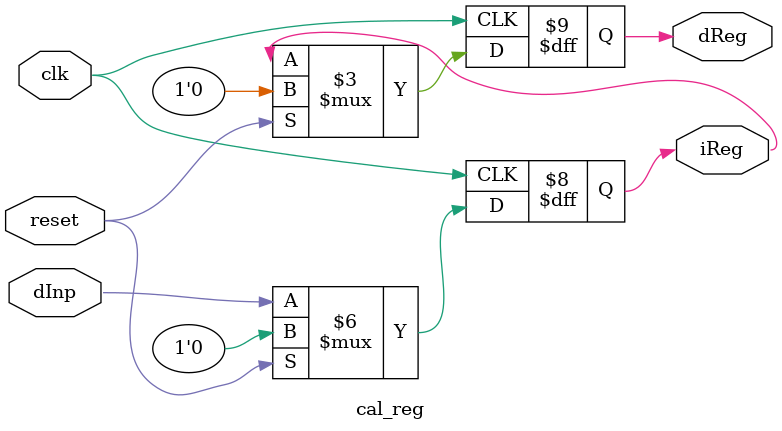
<source format=v>
/******************************************************************
 **
 * This module registers the input signal twice. It is used for 
 * registering the phClkDiv2 and hexClk
 * */

`timescale 1ns/100ps

module cal_reg(
	       reset,
	       clk,
	       dInp,
	       iReg,
	       dReg
	       );
   input     reset;
   input     clk;
   input     dInp;
   output    iReg;
   output    dReg;

   reg 	     dReg /* synthesis syn_replicate = 0 */;
   reg 	     iReg/* synthesis syn_replicate = 0 */;
   

   always @(posedge clk) begin
      if (reset) begin
	 iReg <= 1'b0;
	 dReg <= 1'b0;
      end else begin	 
	 iReg <= dInp;
	 dReg <= iReg;
      end
   end

endmodule
</source>
